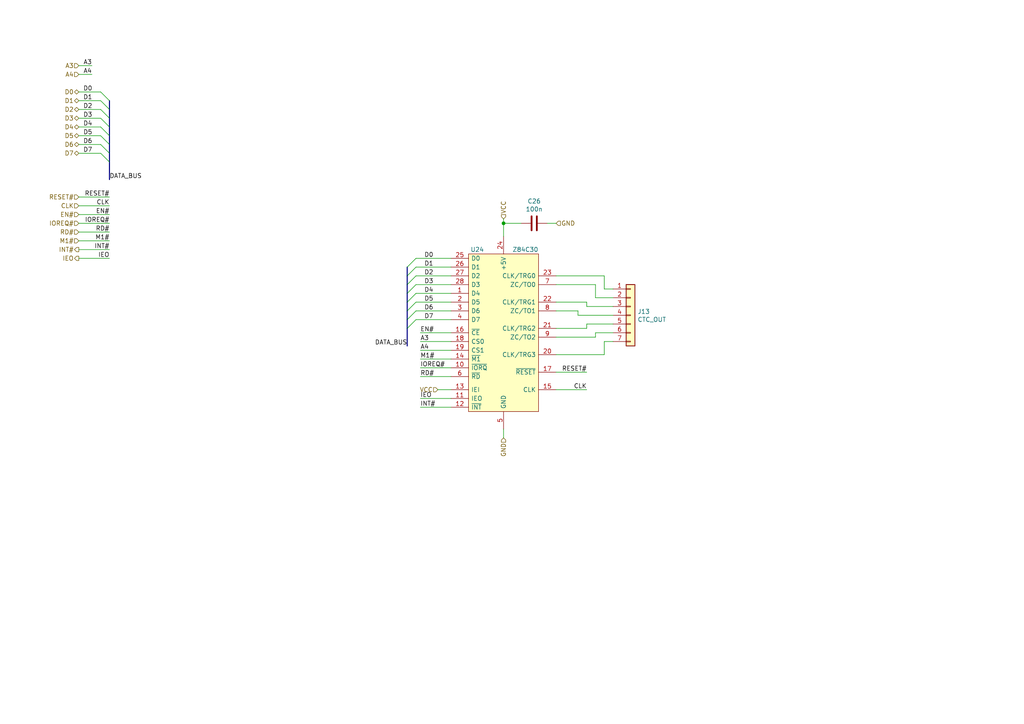
<source format=kicad_sch>
(kicad_sch (version 20211123) (generator eeschema)
  (paper "A4")
  (title_block (title "ZComputer I/O CTC") (date "2021-10-20") (rev "v1.4") (company "Maxime Chretien") (comment 1 "mchretien@linuxmail.org"))
  (lib_symbols
    (symbol "Connector_Generic:Conn_01x07" (pin_names (offset 1.016) hide)
      (property "Reference" "J" (at 0 10.16 0))
      (property "Value" "Conn_01x07" (at 0 -10.16 0))
      (symbol "Conn_01x07_1_1"
        (rectangle (start -1.27 -7.493) (end 0 -7.747) (stroke (width 0.1524)))
        (rectangle (start -1.27 -4.953) (end 0 -5.207) (stroke (width 0.1524)))
        (rectangle (start -1.27 -2.413) (end 0 -2.667) (stroke (width 0.1524)))
        (rectangle (start -1.27 0.127) (end 0 -0.127) (stroke (width 0.1524)))
        (rectangle (start -1.27 2.667) (end 0 2.413) (stroke (width 0.1524)))
        (rectangle (start -1.27 5.207) (end 0 4.953) (stroke (width 0.1524)))
        (rectangle (start -1.27 7.747) (end 0 7.493) (stroke (width 0.1524)))
        (rectangle (start -1.27 8.89) (end 1.27 -8.89) (stroke (width 0.254)) (fill (type background)))
        (pin passive line (at -5.08 7.62 0) (length 3.81) (name "Pin_1") (number "1"))
        (pin passive line (at -5.08 5.08 0) (length 3.81) (name "Pin_2") (number "2"))
        (pin passive line (at -5.08 2.54 0) (length 3.81) (name "Pin_3") (number "3"))
        (pin passive line (at -5.08 0 0) (length 3.81) (name "Pin_4") (number "4"))
        (pin passive line (at -5.08 -2.54 0) (length 3.81) (name "Pin_5") (number "5"))
        (pin passive line (at -5.08 -5.08 0) (length 3.81) (name "Pin_6") (number "6"))
        (pin passive line (at -5.08 -7.62 0) (length 3.81) (name "Pin_7") (number "7"))
      )
    )
    (symbol "Device:C" (pin_numbers hide) (pin_names (offset 0.254))
      (property "Reference" "C" (at 0.635 2.54 0))
      (property "Value" "C" (at 0.635 -2.54 0))
      (symbol "C_0_1"
        (polyline (pts (xy -2.032 -0.762) (xy 2.032 -0.762)) (stroke (width 0.508)))
        (polyline (pts (xy -2.032 0.762) (xy 2.032 0.762)) (stroke (width 0.508)))
      )
      (symbol "C_1_1"
        (pin passive line (at 0 3.81 270) (length 2.794) (name "~") (number "1"))
        (pin passive line (at 0 -3.81 90) (length 2.794) (name "~") (number "2"))
      )
    )
    (symbol "Perso:Z84C30" (pin_names (offset 0.762))
      (property "Reference" "U" (at 0 2.54 0))
      (property "Value" "Z84C30" (at 12.7 1.27 0))
      (symbol "Z84C30_0_0"
        (pin bidirectional line (at -5.08 -11.43 0) (length 5.08) (name "D4") (number "1"))
        (pin input line (at -5.08 -33.02 0) (length 5.08) (name "~{IORQ}") (number "10"))
        (pin output line (at -5.08 -41.91 0) (length 5.08) (name "IEO") (number "11"))
        (pin open_collector line (at -5.08 -44.45 0) (length 5.08) (name "~{INT}") (number "12"))
        (pin input line (at -5.08 -39.37 0) (length 5.08) (name "IEI") (number "13"))
        (pin input line (at -5.08 -30.48 0) (length 5.08) (name "~{M1}") (number "14"))
        (pin input line (at 25.4 -39.37 180) (length 5.08) (name "CLK") (number "15"))
        (pin input line (at -5.08 -22.86 0) (length 5.08) (name "~{CE}") (number "16"))
        (pin input line (at 25.4 -34.29 180) (length 5.08) (name "~{RESET}") (number "17"))
        (pin input line (at -5.08 -25.4 0) (length 5.08) (name "CS0") (number "18"))
        (pin input line (at -5.08 -27.94 0) (length 5.08) (name "CS1") (number "19"))
        (pin bidirectional line (at -5.08 -13.97 0) (length 5.08) (name "D5") (number "2"))
        (pin input line (at 25.4 -29.21 180) (length 5.08) (name "CLK/TRG3") (number "20"))
        (pin input line (at 25.4 -21.59 180) (length 5.08) (name "CLK/TRG2") (number "21"))
        (pin input line (at 25.4 -13.97 180) (length 5.08) (name "CLK/TRG1") (number "22"))
        (pin input line (at 25.4 -6.35 180) (length 5.08) (name "CLK/TRG0") (number "23"))
        (pin power_in line (at 10.16 5.08 270) (length 5.08) (name "+5V") (number "24"))
        (pin bidirectional line (at -5.08 -1.27 0) (length 5.08) (name "D0") (number "25"))
        (pin bidirectional line (at -5.08 -3.81 0) (length 5.08) (name "D1") (number "26"))
        (pin bidirectional line (at -5.08 -6.35 0) (length 5.08) (name "D2") (number "27"))
        (pin bidirectional line (at -5.08 -8.89 0) (length 5.08) (name "D3") (number "28"))
        (pin bidirectional line (at -5.08 -16.51 0) (length 5.08) (name "D6") (number "3"))
        (pin bidirectional line (at -5.08 -19.05 0) (length 5.08) (name "D7") (number "4"))
        (pin power_in line (at 10.16 -50.8 90) (length 5.08) (name "GND") (number "5"))
        (pin input line (at -5.08 -35.56 0) (length 5.08) (name "~{RD}") (number "6"))
        (pin output line (at 25.4 -8.89 180) (length 5.08) (name "ZC/TO0") (number "7"))
        (pin output line (at 25.4 -16.51 180) (length 5.08) (name "ZC/TO1") (number "8"))
        (pin output line (at 25.4 -24.13 180) (length 5.08) (name "ZC/TO2") (number "9"))
      )
      (symbol "Z84C30_0_1"
        (rectangle (start 0 0) (end 20.32 -45.72) (fill (type background)))
      )
    )
  )
  (junction (at 146.05 64.77))
  (bus_entry (at 120.65 90.17) (size -2.54 2.54))
  (bus_entry (at 29.21 34.29) (size 2.54 2.54))
  (bus_entry (at 29.21 29.21) (size 2.54 2.54))
  (bus_entry (at 120.65 92.71) (size -2.54 2.54))
  (bus_entry (at 120.65 77.47) (size -2.54 2.54))
  (bus_entry (at 120.65 80.01) (size -2.54 2.54))
  (bus_entry (at 29.21 41.91) (size 2.54 2.54))
  (bus_entry (at 29.21 31.75) (size 2.54 2.54))
  (bus_entry (at 120.65 82.55) (size -2.54 2.54))
  (bus_entry (at 29.21 44.45) (size 2.54 2.54))
  (bus_entry (at 120.65 85.09) (size -2.54 2.54))
  (bus_entry (at 120.65 74.93) (size -2.54 2.54))
  (bus_entry (at 29.21 39.37) (size 2.54 2.54))
  (bus_entry (at 120.65 87.63) (size -2.54 2.54))
  (bus_entry (at 29.21 26.67) (size 2.54 2.54))
  (bus_entry (at 29.21 36.83) (size 2.54 2.54))
  (wire (pts (xy 170.18 113.03) (xy 161.29 113.03)))
  (wire (pts (xy 31.75 59.69) (xy 22.86 59.69)))
  (wire (pts (xy 31.75 57.15) (xy 22.86 57.15)))
  (wire (pts (xy 120.65 87.63) (xy 130.81 87.63)))
  (wire (pts (xy 31.75 67.31) (xy 22.86 67.31)))
  (bus (pts (xy 118.11 80.01) (xy 118.11 82.55)))
  (bus (pts (xy 118.11 87.63) (xy 118.11 90.17)))
  (bus (pts (xy 31.75 34.29) (xy 31.75 36.83)))
  (wire (pts (xy 121.92 96.52) (xy 130.81 96.52)))
  (bus (pts (xy 31.75 39.37) (xy 31.75 41.91)))
  (wire (pts (xy 22.86 72.39) (xy 31.75 72.39)))
  (bus (pts (xy 118.11 90.17) (xy 118.11 92.71)))
  (wire (pts (xy 120.65 80.01) (xy 130.81 80.01)))
  (bus (pts (xy 118.11 77.47) (xy 118.11 80.01)))
  (wire (pts (xy 22.86 44.45) (xy 29.21 44.45)))
  (bus (pts (xy 118.11 92.71) (xy 118.11 95.25)))
  (bus (pts (xy 31.75 41.91) (xy 31.75 44.45)))
  (wire (pts (xy 121.92 101.6) (xy 130.81 101.6)))
  (wire (pts (xy 120.65 77.47) (xy 130.81 77.47)))
  (wire (pts (xy 29.21 26.67) (xy 22.86 26.67)))
  (wire (pts (xy 167.64 91.44) (xy 167.64 90.17)))
  (wire (pts (xy 172.72 97.79) (xy 172.72 96.52)))
  (wire (pts (xy 177.8 86.36) (xy 172.72 86.36)))
  (wire (pts (xy 22.86 36.83) (xy 29.21 36.83)))
  (wire (pts (xy 22.86 29.21) (xy 29.21 29.21)))
  (wire (pts (xy 175.26 83.82) (xy 177.8 83.82)))
  (wire (pts (xy 121.92 109.22) (xy 130.81 109.22)))
  (wire (pts (xy 22.86 41.91) (xy 29.21 41.91)))
  (wire (pts (xy 130.81 104.14) (xy 121.92 104.14)))
  (bus (pts (xy 118.11 82.55) (xy 118.11 85.09)))
  (wire (pts (xy 177.8 91.44) (xy 167.64 91.44)))
  (bus (pts (xy 118.11 85.09) (xy 118.11 87.63)))
  (wire (pts (xy 161.29 87.63) (xy 170.18 87.63)))
  (wire (pts (xy 130.81 113.03) (xy 127 113.03)))
  (wire (pts (xy 22.86 31.75) (xy 29.21 31.75)))
  (wire (pts (xy 22.86 39.37) (xy 29.21 39.37)))
  (wire (pts (xy 170.18 107.95) (xy 161.29 107.95)))
  (wire (pts (xy 161.29 80.01) (xy 175.26 80.01)))
  (wire (pts (xy 120.65 90.17) (xy 130.81 90.17)))
  (wire (pts (xy 130.81 115.57) (xy 121.92 115.57)))
  (wire (pts (xy 120.65 74.93) (xy 130.81 74.93)))
  (wire (pts (xy 130.81 118.11) (xy 121.92 118.11)))
  (wire (pts (xy 31.75 64.77) (xy 22.86 64.77)))
  (wire (pts (xy 170.18 88.9) (xy 177.8 88.9)))
  (wire (pts (xy 175.26 102.87) (xy 175.26 99.06)))
  (wire (pts (xy 120.65 92.71) (xy 130.81 92.71)))
  (wire (pts (xy 172.72 86.36) (xy 172.72 82.55)))
  (bus (pts (xy 118.11 95.25) (xy 118.11 100.33)))
  (wire (pts (xy 172.72 82.55) (xy 161.29 82.55)))
  (bus (pts (xy 31.75 29.21) (xy 31.75 31.75)))
  (wire (pts (xy 22.86 21.59) (xy 26.67 21.59)))
  (wire (pts (xy 170.18 93.98) (xy 177.8 93.98)))
  (wire (pts (xy 120.65 82.55) (xy 130.81 82.55)))
  (bus (pts (xy 31.75 46.99) (xy 31.75 52.07)))
  (wire (pts (xy 22.86 74.93) (xy 31.75 74.93)))
  (wire (pts (xy 175.26 99.06) (xy 177.8 99.06)))
  (wire (pts (xy 161.29 97.79) (xy 172.72 97.79)))
  (wire (pts (xy 161.29 102.87) (xy 175.26 102.87)))
  (wire (pts (xy 151.13 64.77) (xy 146.05 64.77)))
  (bus (pts (xy 31.75 31.75) (xy 31.75 34.29)))
  (wire (pts (xy 146.05 64.77) (xy 146.05 68.58)))
  (wire (pts (xy 170.18 87.63) (xy 170.18 88.9)))
  (wire (pts (xy 22.86 69.85) (xy 31.75 69.85)))
  (wire (pts (xy 167.64 90.17) (xy 161.29 90.17)))
  (wire (pts (xy 120.65 85.09) (xy 130.81 85.09)))
  (wire (pts (xy 146.05 63.5) (xy 146.05 64.77)))
  (wire (pts (xy 26.67 19.05) (xy 22.86 19.05)))
  (wire (pts (xy 158.75 64.77) (xy 161.29 64.77)))
  (wire (pts (xy 121.92 99.06) (xy 130.81 99.06)))
  (wire (pts (xy 146.05 124.46) (xy 146.05 127)))
  (wire (pts (xy 175.26 80.01) (xy 175.26 83.82)))
  (wire (pts (xy 170.18 95.25) (xy 170.18 93.98)))
  (wire (pts (xy 161.29 95.25) (xy 170.18 95.25)))
  (wire (pts (xy 172.72 96.52) (xy 177.8 96.52)))
  (wire (pts (xy 121.92 106.68) (xy 130.81 106.68)))
  (bus (pts (xy 31.75 36.83) (xy 31.75 39.37)))
  (wire (pts (xy 22.86 34.29) (xy 29.21 34.29)))
  (wire (pts (xy 31.75 62.23) (xy 22.86 62.23)))
  (bus (pts (xy 31.75 44.45) (xy 31.75 46.99)))
  (label "EN#" (at 121.92 96.52 0))
  (label "D5" (at 24.13 39.37 0))
  (label "EN#" (at 31.75 62.23 180))
  (label "A4" (at 121.92 101.6 0))
  (label "CLK" (at 170.18 113.03 180))
  (label "D0" (at 24.13 26.67 0))
  (label "RD#" (at 121.92 109.22 0))
  (label "IOREQ#" (at 31.75 64.77 180))
  (label "D0" (at 125.73 74.93 180))
  (label "INT#" (at 31.75 72.39 180))
  (label "M1#" (at 121.92 104.14 0))
  (label "RESET#" (at 31.75 57.15 180))
  (label "D4" (at 125.73 85.09 180))
  (label "M1#" (at 31.75 69.85 180))
  (label "INT#" (at 121.92 118.11 0))
  (label "A4" (at 26.67 21.59 180))
  (label "DATA_BUS" (at 118.11 100.33 180))
  (label "A3" (at 26.67 19.05 180))
  (label "RD#" (at 31.75 67.31 180))
  (label "D1" (at 24.13 29.21 0))
  (label "D7" (at 125.73 92.71 180))
  (label "D1" (at 125.73 77.47 180))
  (label "D6" (at 125.73 90.17 180))
  (label "D4" (at 24.13 36.83 0))
  (label "D2" (at 125.73 80.01 180))
  (label "IOREQ#" (at 121.92 106.68 0))
  (label "D3" (at 125.73 82.55 180))
  (label "CLK" (at 31.75 59.69 180))
  (label "D5" (at 125.73 87.63 180))
  (label "D2" (at 24.13 31.75 0))
  (label "D7" (at 24.13 44.45 0))
  (label "D3" (at 24.13 34.29 0))
  (label "IEO" (at 31.75 74.93 180))
  (label "RESET#" (at 170.18 107.95 180))
  (label "DATA_BUS" (at 31.75 52.07 0))
  (label "IEO" (at 121.92 115.57 0))
  (label "A3" (at 121.92 99.06 0))
  (label "D6" (at 24.13 41.91 0))
  (hierarchical_label "GND" (shape input) (at 161.29 64.77 0))
  (hierarchical_label "D3" (shape bidirectional) (at 22.86 34.29 180))
  (hierarchical_label "IOREQ#" (shape input) (at 22.86 64.77 180))
  (hierarchical_label "D1" (shape bidirectional) (at 22.86 29.21 180))
  (hierarchical_label "IEO" (shape output) (at 22.86 74.93 180))
  (hierarchical_label "EN#" (shape input) (at 22.86 62.23 180))
  (hierarchical_label "GND" (shape input) (at 146.05 127 270))
  (hierarchical_label "A3" (shape input) (at 22.86 19.05 180))
  (hierarchical_label "A4" (shape input) (at 22.86 21.59 180))
  (hierarchical_label "RESET#" (shape input) (at 22.86 57.15 180))
  (hierarchical_label "D7" (shape bidirectional) (at 22.86 44.45 180))
  (hierarchical_label "CLK" (shape input) (at 22.86 59.69 180))
  (hierarchical_label "D2" (shape bidirectional) (at 22.86 31.75 180))
  (hierarchical_label "RD#" (shape input) (at 22.86 67.31 180))
  (hierarchical_label "M1#" (shape input) (at 22.86 69.85 180))
  (hierarchical_label "D6" (shape bidirectional) (at 22.86 41.91 180))
  (hierarchical_label "D5" (shape bidirectional) (at 22.86 39.37 180))
  (hierarchical_label "D0" (shape bidirectional) (at 22.86 26.67 180))
  (hierarchical_label "VCC" (shape input) (at 127 113.03 180))
  (hierarchical_label "INT#" (shape output) (at 22.86 72.39 180))
  (hierarchical_label "D4" (shape bidirectional) (at 22.86 36.83 180))
  (hierarchical_label "VCC" (shape input) (at 146.05 63.5 90))
  (symbol (lib_id "Perso:Z84C30") (at 135.89 73.66 0) (unit 1)
    (property "Reference" "U24" (at 138.43 72.39 0))
    (property "Value" "Z84C30" (at 152.4 72.39 0))
    (property "Footprint" "Package_DIP:DIP-28_W15.24mm_LongPads" (effects hide))
    (property "Datasheet" "http://www.zilog.com/docs/z80/ps0181.pdf" (effects hide))
    (property "Description" "Z8430 Zilog CTC" (effects hide))
    (property "Height" "5.21" (effects hide))
    (property "Manufacturer_Name" "Zilog" (effects hide))
    (property "Manufacturer_Part_Number" "Z84C3010PEG" (effects hide))
    (property "Mouser Part Number" "692-Z84C3010PEG" (effects hide))
    (property "Mouser Price/Stock" "https://www.mouser.com/Search/Refine.aspx?Keyword=692-Z84C3010PEG" (effects hide))
  )
  (symbol (lib_id "Device:C") (at 154.94 64.77 270) (unit 1)
    (property "Reference" "C26" (at 154.94 58.3692 90))
    (property "Value" "100n" (at 154.94 60.6806 90))
  )
  (symbol (lib_id "Connector_Generic:Conn_01x07") (at 182.88 91.44 0) (unit 1)
    (property "Reference" "J13" (at 184.912 90.3732 0) (effects (justify left)))
    (property "Value" "CTC_OUT" (at 184.912 92.6846 0) (effects (justify left)))
  )
)
</source>
